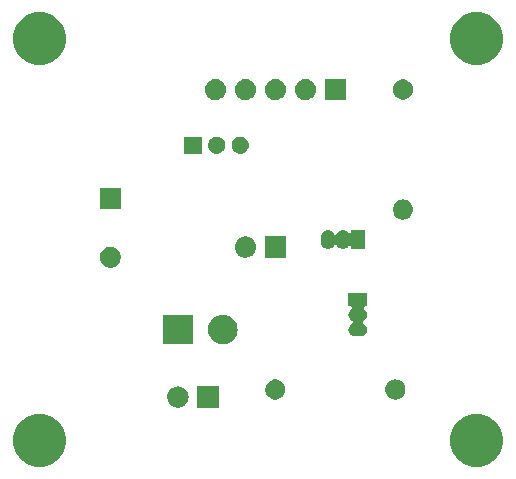
<source format=gbr>
%TF.GenerationSoftware,KiCad,Pcbnew,(5.0.1)-4*%
%TF.CreationDate,2019-03-02T17:13:33-06:00*%
%TF.ProjectId,pcbdesign,70636264657369676E2E6B696361645F,rev?*%
%TF.SameCoordinates,Original*%
%TF.FileFunction,Soldermask,Top*%
%TF.FilePolarity,Negative*%
%FSLAX46Y46*%
G04 Gerber Fmt 4.6, Leading zero omitted, Abs format (unit mm)*
G04 Created by KiCad (PCBNEW (5.0.1)-4) date 2019-03-02 5:13:33 PM*
%MOMM*%
%LPD*%
G01*
G04 APERTURE LIST*
%ADD10C,0.100000*%
G04 APERTURE END LIST*
D10*
G36*
X199308445Y-61766254D02*
X199656593Y-61835504D01*
X200066249Y-62005189D01*
X200434929Y-62251534D01*
X200748466Y-62565071D01*
X200994811Y-62933751D01*
X201164496Y-63343407D01*
X201251000Y-63778296D01*
X201251000Y-64221704D01*
X201164496Y-64656593D01*
X200994811Y-65066249D01*
X200748466Y-65434929D01*
X200434929Y-65748466D01*
X200066249Y-65994811D01*
X199656593Y-66164496D01*
X199308445Y-66233746D01*
X199221706Y-66251000D01*
X198778294Y-66251000D01*
X198691555Y-66233746D01*
X198343407Y-66164496D01*
X197933751Y-65994811D01*
X197565071Y-65748466D01*
X197251534Y-65434929D01*
X197005189Y-65066249D01*
X196835504Y-64656593D01*
X196749000Y-64221704D01*
X196749000Y-63778296D01*
X196835504Y-63343407D01*
X197005189Y-62933751D01*
X197251534Y-62565071D01*
X197565071Y-62251534D01*
X197933751Y-62005189D01*
X198343407Y-61835504D01*
X198691555Y-61766254D01*
X198778294Y-61749000D01*
X199221706Y-61749000D01*
X199308445Y-61766254D01*
X199308445Y-61766254D01*
G37*
G36*
X162308445Y-61766254D02*
X162656593Y-61835504D01*
X163066249Y-62005189D01*
X163434929Y-62251534D01*
X163748466Y-62565071D01*
X163994811Y-62933751D01*
X164164496Y-63343407D01*
X164251000Y-63778296D01*
X164251000Y-64221704D01*
X164164496Y-64656593D01*
X163994811Y-65066249D01*
X163748466Y-65434929D01*
X163434929Y-65748466D01*
X163066249Y-65994811D01*
X162656593Y-66164496D01*
X162308445Y-66233746D01*
X162221706Y-66251000D01*
X161778294Y-66251000D01*
X161691555Y-66233746D01*
X161343407Y-66164496D01*
X160933751Y-65994811D01*
X160565071Y-65748466D01*
X160251534Y-65434929D01*
X160005189Y-65066249D01*
X159835504Y-64656593D01*
X159749000Y-64221704D01*
X159749000Y-63778296D01*
X159835504Y-63343407D01*
X160005189Y-62933751D01*
X160251534Y-62565071D01*
X160565071Y-62251534D01*
X160933751Y-62005189D01*
X161343407Y-61835504D01*
X161691555Y-61766254D01*
X161778294Y-61749000D01*
X162221706Y-61749000D01*
X162308445Y-61766254D01*
X162308445Y-61766254D01*
G37*
G36*
X177161000Y-61226000D02*
X175359000Y-61226000D01*
X175359000Y-59424000D01*
X177161000Y-59424000D01*
X177161000Y-61226000D01*
X177161000Y-61226000D01*
G37*
G36*
X173830442Y-59430518D02*
X173896627Y-59437037D01*
X174009853Y-59471384D01*
X174066467Y-59488557D01*
X174131239Y-59523179D01*
X174222991Y-59572222D01*
X174258729Y-59601552D01*
X174360186Y-59684814D01*
X174433227Y-59773816D01*
X174472778Y-59822009D01*
X174472779Y-59822011D01*
X174556443Y-59978533D01*
X174556443Y-59978534D01*
X174607963Y-60148373D01*
X174625359Y-60325000D01*
X174607963Y-60501627D01*
X174599754Y-60528687D01*
X174556443Y-60671467D01*
X174482348Y-60810087D01*
X174472778Y-60827991D01*
X174443448Y-60863729D01*
X174360186Y-60965186D01*
X174258729Y-61048448D01*
X174222991Y-61077778D01*
X174222989Y-61077779D01*
X174066467Y-61161443D01*
X174009853Y-61178616D01*
X173896627Y-61212963D01*
X173830442Y-61219482D01*
X173764260Y-61226000D01*
X173675740Y-61226000D01*
X173609558Y-61219482D01*
X173543373Y-61212963D01*
X173430147Y-61178616D01*
X173373533Y-61161443D01*
X173217011Y-61077779D01*
X173217009Y-61077778D01*
X173181271Y-61048448D01*
X173079814Y-60965186D01*
X172996552Y-60863729D01*
X172967222Y-60827991D01*
X172957652Y-60810087D01*
X172883557Y-60671467D01*
X172840246Y-60528687D01*
X172832037Y-60501627D01*
X172814641Y-60325000D01*
X172832037Y-60148373D01*
X172883557Y-59978534D01*
X172883557Y-59978533D01*
X172967221Y-59822011D01*
X172967222Y-59822009D01*
X173006773Y-59773816D01*
X173079814Y-59684814D01*
X173181271Y-59601552D01*
X173217009Y-59572222D01*
X173308761Y-59523179D01*
X173373533Y-59488557D01*
X173430147Y-59471384D01*
X173543373Y-59437037D01*
X173609558Y-59430518D01*
X173675740Y-59424000D01*
X173764260Y-59424000D01*
X173830442Y-59430518D01*
X173830442Y-59430518D01*
G37*
G36*
X182223228Y-58871703D02*
X182378100Y-58935853D01*
X182517481Y-59028985D01*
X182636015Y-59147519D01*
X182729147Y-59286900D01*
X182793297Y-59441772D01*
X182826000Y-59606184D01*
X182826000Y-59773816D01*
X182793297Y-59938228D01*
X182729147Y-60093100D01*
X182636015Y-60232481D01*
X182517481Y-60351015D01*
X182378100Y-60444147D01*
X182223228Y-60508297D01*
X182058816Y-60541000D01*
X181891184Y-60541000D01*
X181726772Y-60508297D01*
X181571900Y-60444147D01*
X181432519Y-60351015D01*
X181313985Y-60232481D01*
X181220853Y-60093100D01*
X181156703Y-59938228D01*
X181124000Y-59773816D01*
X181124000Y-59606184D01*
X181156703Y-59441772D01*
X181220853Y-59286900D01*
X181313985Y-59147519D01*
X181432519Y-59028985D01*
X181571900Y-58935853D01*
X181726772Y-58871703D01*
X181891184Y-58839000D01*
X182058816Y-58839000D01*
X182223228Y-58871703D01*
X182223228Y-58871703D01*
G37*
G36*
X192301821Y-58851313D02*
X192301824Y-58851314D01*
X192301825Y-58851314D01*
X192462239Y-58899975D01*
X192462241Y-58899976D01*
X192462244Y-58899977D01*
X192610078Y-58978995D01*
X192739659Y-59085341D01*
X192846005Y-59214922D01*
X192925023Y-59362756D01*
X192925024Y-59362759D01*
X192925025Y-59362761D01*
X192973686Y-59523175D01*
X192973687Y-59523179D01*
X192990117Y-59690000D01*
X192973687Y-59856821D01*
X192973686Y-59856824D01*
X192973686Y-59856825D01*
X192948993Y-59938228D01*
X192925023Y-60017244D01*
X192846005Y-60165078D01*
X192739659Y-60294659D01*
X192610078Y-60401005D01*
X192462244Y-60480023D01*
X192462241Y-60480024D01*
X192462239Y-60480025D01*
X192301825Y-60528686D01*
X192301824Y-60528686D01*
X192301821Y-60528687D01*
X192176804Y-60541000D01*
X192093196Y-60541000D01*
X191968179Y-60528687D01*
X191968176Y-60528686D01*
X191968175Y-60528686D01*
X191807761Y-60480025D01*
X191807759Y-60480024D01*
X191807756Y-60480023D01*
X191659922Y-60401005D01*
X191530341Y-60294659D01*
X191423995Y-60165078D01*
X191344977Y-60017244D01*
X191321008Y-59938228D01*
X191296314Y-59856825D01*
X191296314Y-59856824D01*
X191296313Y-59856821D01*
X191279883Y-59690000D01*
X191296313Y-59523179D01*
X191296314Y-59523175D01*
X191344975Y-59362761D01*
X191344976Y-59362759D01*
X191344977Y-59362756D01*
X191423995Y-59214922D01*
X191530341Y-59085341D01*
X191659922Y-58978995D01*
X191807756Y-58899977D01*
X191807759Y-58899976D01*
X191807761Y-58899975D01*
X191968175Y-58851314D01*
X191968176Y-58851314D01*
X191968179Y-58851313D01*
X192093196Y-58839000D01*
X192176804Y-58839000D01*
X192301821Y-58851313D01*
X192301821Y-58851313D01*
G37*
G36*
X177775239Y-53377101D02*
X178011053Y-53448634D01*
X178228381Y-53564799D01*
X178418871Y-53721129D01*
X178575201Y-53911619D01*
X178691366Y-54128947D01*
X178762899Y-54364761D01*
X178787053Y-54610000D01*
X178762899Y-54855239D01*
X178691366Y-55091053D01*
X178575201Y-55308381D01*
X178418871Y-55498871D01*
X178228381Y-55655201D01*
X178011053Y-55771366D01*
X177775239Y-55842899D01*
X177591457Y-55861000D01*
X177468543Y-55861000D01*
X177284761Y-55842899D01*
X177048947Y-55771366D01*
X176831619Y-55655201D01*
X176641129Y-55498871D01*
X176484799Y-55308381D01*
X176368634Y-55091053D01*
X176297101Y-54855239D01*
X176272947Y-54610000D01*
X176297101Y-54364761D01*
X176368634Y-54128947D01*
X176484799Y-53911619D01*
X176641129Y-53721129D01*
X176831619Y-53564799D01*
X177048947Y-53448634D01*
X177284761Y-53377101D01*
X177468543Y-53359000D01*
X177591457Y-53359000D01*
X177775239Y-53377101D01*
X177775239Y-53377101D01*
G37*
G36*
X174971000Y-55861000D02*
X172469000Y-55861000D01*
X172469000Y-53359000D01*
X174971000Y-53359000D01*
X174971000Y-55861000D01*
X174971000Y-55861000D01*
G37*
G36*
X189761000Y-52646000D02*
X189596664Y-52646000D01*
X189572278Y-52648402D01*
X189548829Y-52655515D01*
X189527218Y-52667066D01*
X189508276Y-52682612D01*
X189492730Y-52701554D01*
X189481179Y-52723165D01*
X189474066Y-52746614D01*
X189471664Y-52771000D01*
X189474066Y-52795386D01*
X189481179Y-52818835D01*
X189492730Y-52840446D01*
X189517365Y-52867626D01*
X189594264Y-52930736D01*
X189666244Y-53018443D01*
X189719729Y-53118508D01*
X189752666Y-53227084D01*
X189763787Y-53340000D01*
X189752666Y-53452916D01*
X189719729Y-53561492D01*
X189719726Y-53561497D01*
X189666244Y-53661557D01*
X189594264Y-53749264D01*
X189506557Y-53821244D01*
X189425143Y-53864760D01*
X189404768Y-53878373D01*
X189387441Y-53895701D01*
X189373827Y-53916075D01*
X189364450Y-53938714D01*
X189359669Y-53962747D01*
X189359669Y-53987252D01*
X189364449Y-54011285D01*
X189373827Y-54033924D01*
X189387440Y-54054299D01*
X189404768Y-54071626D01*
X189425143Y-54085240D01*
X189506557Y-54128756D01*
X189594264Y-54200736D01*
X189666244Y-54288443D01*
X189719729Y-54388508D01*
X189752666Y-54497084D01*
X189763787Y-54610000D01*
X189752666Y-54722916D01*
X189719729Y-54831492D01*
X189666244Y-54931557D01*
X189594264Y-55019264D01*
X189506557Y-55091244D01*
X189406492Y-55144729D01*
X189297916Y-55177666D01*
X189213298Y-55186000D01*
X188706702Y-55186000D01*
X188622084Y-55177666D01*
X188513508Y-55144729D01*
X188413443Y-55091244D01*
X188325736Y-55019264D01*
X188253756Y-54931557D01*
X188200271Y-54831492D01*
X188167334Y-54722916D01*
X188156213Y-54610000D01*
X188167334Y-54497084D01*
X188200271Y-54388508D01*
X188253756Y-54288443D01*
X188325736Y-54200736D01*
X188413443Y-54128756D01*
X188494857Y-54085240D01*
X188515232Y-54071627D01*
X188532559Y-54054299D01*
X188546173Y-54033925D01*
X188555550Y-54011286D01*
X188560331Y-53987253D01*
X188560331Y-53962748D01*
X188555551Y-53938715D01*
X188546173Y-53916076D01*
X188532560Y-53895701D01*
X188515232Y-53878374D01*
X188494857Y-53864760D01*
X188413443Y-53821244D01*
X188325736Y-53749264D01*
X188253756Y-53661557D01*
X188200274Y-53561497D01*
X188200271Y-53561492D01*
X188167334Y-53452916D01*
X188156213Y-53340000D01*
X188167334Y-53227084D01*
X188200271Y-53118508D01*
X188253756Y-53018443D01*
X188325736Y-52930736D01*
X188402635Y-52867626D01*
X188419962Y-52850299D01*
X188433576Y-52829924D01*
X188442954Y-52807285D01*
X188447734Y-52783252D01*
X188447734Y-52758748D01*
X188442953Y-52734714D01*
X188433576Y-52712075D01*
X188419962Y-52691701D01*
X188402635Y-52674374D01*
X188382260Y-52660760D01*
X188359621Y-52651382D01*
X188323336Y-52646000D01*
X188159000Y-52646000D01*
X188159000Y-51494000D01*
X189761000Y-51494000D01*
X189761000Y-52646000D01*
X189761000Y-52646000D01*
G37*
G36*
X168128589Y-47632416D02*
X168255520Y-47657664D01*
X168414942Y-47723699D01*
X168558418Y-47819566D01*
X168680434Y-47941582D01*
X168776301Y-48085058D01*
X168842336Y-48244480D01*
X168876000Y-48413721D01*
X168876000Y-48586279D01*
X168842336Y-48755520D01*
X168776301Y-48914942D01*
X168680434Y-49058418D01*
X168558418Y-49180434D01*
X168414942Y-49276301D01*
X168255520Y-49342336D01*
X168128589Y-49367584D01*
X168086280Y-49376000D01*
X167913720Y-49376000D01*
X167871411Y-49367584D01*
X167744480Y-49342336D01*
X167585058Y-49276301D01*
X167441582Y-49180434D01*
X167319566Y-49058418D01*
X167223699Y-48914942D01*
X167157664Y-48755520D01*
X167124000Y-48586279D01*
X167124000Y-48413721D01*
X167157664Y-48244480D01*
X167223699Y-48085058D01*
X167319566Y-47941582D01*
X167441582Y-47819566D01*
X167585058Y-47723699D01*
X167744480Y-47657664D01*
X167871411Y-47632416D01*
X167913720Y-47624000D01*
X168086280Y-47624000D01*
X168128589Y-47632416D01*
X168128589Y-47632416D01*
G37*
G36*
X182876000Y-48526000D02*
X181074000Y-48526000D01*
X181074000Y-46724000D01*
X182876000Y-46724000D01*
X182876000Y-48526000D01*
X182876000Y-48526000D01*
G37*
G36*
X179545442Y-46730518D02*
X179611627Y-46737037D01*
X179724853Y-46771384D01*
X179781467Y-46788557D01*
X179920087Y-46862652D01*
X179937991Y-46872222D01*
X179973729Y-46901552D01*
X180075186Y-46984814D01*
X180158448Y-47086271D01*
X180187778Y-47122009D01*
X180187779Y-47122011D01*
X180271443Y-47278533D01*
X180271443Y-47278534D01*
X180322963Y-47448373D01*
X180340359Y-47625000D01*
X180322963Y-47801627D01*
X180317521Y-47819566D01*
X180271443Y-47971467D01*
X180210726Y-48085058D01*
X180187778Y-48127991D01*
X180158448Y-48163729D01*
X180075186Y-48265186D01*
X179973729Y-48348448D01*
X179937991Y-48377778D01*
X179937989Y-48377779D01*
X179781467Y-48461443D01*
X179724853Y-48478616D01*
X179611627Y-48512963D01*
X179545442Y-48519482D01*
X179479260Y-48526000D01*
X179390740Y-48526000D01*
X179324557Y-48519481D01*
X179258373Y-48512963D01*
X179145147Y-48478616D01*
X179088533Y-48461443D01*
X178932011Y-48377779D01*
X178932009Y-48377778D01*
X178896271Y-48348448D01*
X178794814Y-48265186D01*
X178711552Y-48163729D01*
X178682222Y-48127991D01*
X178659274Y-48085058D01*
X178598557Y-47971467D01*
X178552479Y-47819566D01*
X178547037Y-47801627D01*
X178529641Y-47625000D01*
X178547037Y-47448373D01*
X178598557Y-47278534D01*
X178598557Y-47278533D01*
X178682221Y-47122011D01*
X178682222Y-47122009D01*
X178711552Y-47086271D01*
X178794814Y-46984814D01*
X178896271Y-46901552D01*
X178932009Y-46872222D01*
X178949913Y-46862652D01*
X179088533Y-46788557D01*
X179145147Y-46771384D01*
X179258373Y-46737037D01*
X179324558Y-46730518D01*
X179390740Y-46724000D01*
X179479260Y-46724000D01*
X179545442Y-46730518D01*
X179545442Y-46730518D01*
G37*
G36*
X187802916Y-46197334D02*
X187911492Y-46230271D01*
X188011557Y-46283756D01*
X188099264Y-46355736D01*
X188162374Y-46432635D01*
X188179701Y-46449962D01*
X188200076Y-46463576D01*
X188222715Y-46472954D01*
X188246748Y-46477734D01*
X188271252Y-46477734D01*
X188295286Y-46472953D01*
X188317925Y-46463576D01*
X188338299Y-46449962D01*
X188355626Y-46432635D01*
X188369240Y-46412260D01*
X188378618Y-46389621D01*
X188384000Y-46353336D01*
X188384000Y-46189000D01*
X189536000Y-46189000D01*
X189536000Y-47791000D01*
X188384000Y-47791000D01*
X188384000Y-47626663D01*
X188381598Y-47602277D01*
X188374485Y-47578828D01*
X188362934Y-47557217D01*
X188347388Y-47538275D01*
X188328446Y-47522729D01*
X188306835Y-47511178D01*
X188283386Y-47504065D01*
X188259000Y-47501663D01*
X188234614Y-47504065D01*
X188211165Y-47511178D01*
X188189554Y-47522729D01*
X188162377Y-47547361D01*
X188099264Y-47624264D01*
X188011556Y-47696244D01*
X187911491Y-47749729D01*
X187802915Y-47782666D01*
X187690000Y-47793787D01*
X187577084Y-47782666D01*
X187468508Y-47749729D01*
X187368443Y-47696244D01*
X187280736Y-47624264D01*
X187208756Y-47536556D01*
X187165240Y-47455142D01*
X187151627Y-47434767D01*
X187134299Y-47417440D01*
X187113925Y-47403826D01*
X187091286Y-47394449D01*
X187067253Y-47389668D01*
X187042748Y-47389668D01*
X187018715Y-47394448D01*
X186996076Y-47403826D01*
X186975701Y-47417439D01*
X186958374Y-47434767D01*
X186944767Y-47455131D01*
X186901244Y-47536557D01*
X186829264Y-47624264D01*
X186741556Y-47696244D01*
X186641491Y-47749729D01*
X186532915Y-47782666D01*
X186420000Y-47793787D01*
X186307084Y-47782666D01*
X186198508Y-47749729D01*
X186098443Y-47696244D01*
X186010736Y-47624264D01*
X185938756Y-47536556D01*
X185885271Y-47436491D01*
X185852334Y-47327915D01*
X185844000Y-47243297D01*
X185844000Y-46736702D01*
X185852334Y-46652084D01*
X185885271Y-46543508D01*
X185922983Y-46472954D01*
X185938755Y-46443446D01*
X185964349Y-46412260D01*
X186010737Y-46355736D01*
X186098444Y-46283756D01*
X186198509Y-46230271D01*
X186307085Y-46197334D01*
X186420000Y-46186213D01*
X186532916Y-46197334D01*
X186641492Y-46230271D01*
X186741557Y-46283756D01*
X186829264Y-46355736D01*
X186901244Y-46443443D01*
X186944760Y-46524857D01*
X186958373Y-46545232D01*
X186975701Y-46562559D01*
X186996075Y-46576173D01*
X187018714Y-46585550D01*
X187042747Y-46590331D01*
X187067252Y-46590331D01*
X187091285Y-46585551D01*
X187113924Y-46576173D01*
X187134299Y-46562560D01*
X187151626Y-46545232D01*
X187165240Y-46524857D01*
X187208755Y-46443446D01*
X187234349Y-46412260D01*
X187280737Y-46355736D01*
X187368444Y-46283756D01*
X187468509Y-46230271D01*
X187577085Y-46197334D01*
X187690000Y-46186213D01*
X187802916Y-46197334D01*
X187802916Y-46197334D01*
G37*
G36*
X192936821Y-43611313D02*
X192936824Y-43611314D01*
X192936825Y-43611314D01*
X193097239Y-43659975D01*
X193097241Y-43659976D01*
X193097244Y-43659977D01*
X193245078Y-43738995D01*
X193374659Y-43845341D01*
X193481005Y-43974922D01*
X193560023Y-44122756D01*
X193608687Y-44283179D01*
X193625117Y-44450000D01*
X193608687Y-44616821D01*
X193560023Y-44777244D01*
X193481005Y-44925078D01*
X193374659Y-45054659D01*
X193245078Y-45161005D01*
X193097244Y-45240023D01*
X193097241Y-45240024D01*
X193097239Y-45240025D01*
X192936825Y-45288686D01*
X192936824Y-45288686D01*
X192936821Y-45288687D01*
X192811804Y-45301000D01*
X192728196Y-45301000D01*
X192603179Y-45288687D01*
X192603176Y-45288686D01*
X192603175Y-45288686D01*
X192442761Y-45240025D01*
X192442759Y-45240024D01*
X192442756Y-45240023D01*
X192294922Y-45161005D01*
X192165341Y-45054659D01*
X192058995Y-44925078D01*
X191979977Y-44777244D01*
X191931313Y-44616821D01*
X191914883Y-44450000D01*
X191931313Y-44283179D01*
X191979977Y-44122756D01*
X192058995Y-43974922D01*
X192165341Y-43845341D01*
X192294922Y-43738995D01*
X192442756Y-43659977D01*
X192442759Y-43659976D01*
X192442761Y-43659975D01*
X192603175Y-43611314D01*
X192603176Y-43611314D01*
X192603179Y-43611313D01*
X192728196Y-43599000D01*
X192811804Y-43599000D01*
X192936821Y-43611313D01*
X192936821Y-43611313D01*
G37*
G36*
X168876000Y-44376000D02*
X167124000Y-44376000D01*
X167124000Y-42624000D01*
X168876000Y-42624000D01*
X168876000Y-44376000D01*
X168876000Y-44376000D01*
G37*
G36*
X179056991Y-38276101D02*
X179142321Y-38284505D01*
X179279172Y-38326019D01*
X179279174Y-38326020D01*
X179279177Y-38326021D01*
X179405296Y-38393432D01*
X179515843Y-38484157D01*
X179606568Y-38594704D01*
X179673979Y-38720823D01*
X179673980Y-38720826D01*
X179673981Y-38720828D01*
X179715495Y-38857679D01*
X179729512Y-39000000D01*
X179715495Y-39142321D01*
X179673981Y-39279172D01*
X179673979Y-39279177D01*
X179606568Y-39405296D01*
X179515843Y-39515843D01*
X179405296Y-39606568D01*
X179279177Y-39673979D01*
X179279174Y-39673980D01*
X179279172Y-39673981D01*
X179142321Y-39715495D01*
X179056991Y-39723899D01*
X179035660Y-39726000D01*
X178964340Y-39726000D01*
X178943009Y-39723899D01*
X178857679Y-39715495D01*
X178720828Y-39673981D01*
X178720826Y-39673980D01*
X178720823Y-39673979D01*
X178594704Y-39606568D01*
X178484157Y-39515843D01*
X178393432Y-39405296D01*
X178326021Y-39279177D01*
X178326019Y-39279172D01*
X178284505Y-39142321D01*
X178270488Y-39000000D01*
X178284505Y-38857679D01*
X178326019Y-38720828D01*
X178326020Y-38720826D01*
X178326021Y-38720823D01*
X178393432Y-38594704D01*
X178484157Y-38484157D01*
X178594704Y-38393432D01*
X178720823Y-38326021D01*
X178720826Y-38326020D01*
X178720828Y-38326019D01*
X178857679Y-38284505D01*
X178943009Y-38276101D01*
X178964340Y-38274000D01*
X179035660Y-38274000D01*
X179056991Y-38276101D01*
X179056991Y-38276101D01*
G37*
G36*
X177056991Y-38276101D02*
X177142321Y-38284505D01*
X177279172Y-38326019D01*
X177279174Y-38326020D01*
X177279177Y-38326021D01*
X177405296Y-38393432D01*
X177515843Y-38484157D01*
X177606568Y-38594704D01*
X177673979Y-38720823D01*
X177673980Y-38720826D01*
X177673981Y-38720828D01*
X177715495Y-38857679D01*
X177729512Y-39000000D01*
X177715495Y-39142321D01*
X177673981Y-39279172D01*
X177673979Y-39279177D01*
X177606568Y-39405296D01*
X177515843Y-39515843D01*
X177405296Y-39606568D01*
X177279177Y-39673979D01*
X177279174Y-39673980D01*
X177279172Y-39673981D01*
X177142321Y-39715495D01*
X177056991Y-39723899D01*
X177035660Y-39726000D01*
X176964340Y-39726000D01*
X176943009Y-39723899D01*
X176857679Y-39715495D01*
X176720828Y-39673981D01*
X176720826Y-39673980D01*
X176720823Y-39673979D01*
X176594704Y-39606568D01*
X176484157Y-39515843D01*
X176393432Y-39405296D01*
X176326021Y-39279177D01*
X176326019Y-39279172D01*
X176284505Y-39142321D01*
X176270488Y-39000000D01*
X176284505Y-38857679D01*
X176326019Y-38720828D01*
X176326020Y-38720826D01*
X176326021Y-38720823D01*
X176393432Y-38594704D01*
X176484157Y-38484157D01*
X176594704Y-38393432D01*
X176720823Y-38326021D01*
X176720826Y-38326020D01*
X176720828Y-38326019D01*
X176857679Y-38284505D01*
X176943009Y-38276101D01*
X176964340Y-38274000D01*
X177035660Y-38274000D01*
X177056991Y-38276101D01*
X177056991Y-38276101D01*
G37*
G36*
X175726000Y-39726000D02*
X174274000Y-39726000D01*
X174274000Y-38274000D01*
X175726000Y-38274000D01*
X175726000Y-39726000D01*
X175726000Y-39726000D01*
G37*
G36*
X187956000Y-35191000D02*
X186154000Y-35191000D01*
X186154000Y-33389000D01*
X187956000Y-33389000D01*
X187956000Y-35191000D01*
X187956000Y-35191000D01*
G37*
G36*
X177005442Y-33395518D02*
X177071627Y-33402037D01*
X177184853Y-33436384D01*
X177241467Y-33453557D01*
X177380087Y-33527652D01*
X177397991Y-33537222D01*
X177433729Y-33566552D01*
X177535186Y-33649814D01*
X177615369Y-33747519D01*
X177647778Y-33787009D01*
X177647779Y-33787011D01*
X177731443Y-33943533D01*
X177731443Y-33943534D01*
X177782963Y-34113373D01*
X177800359Y-34290000D01*
X177782963Y-34466627D01*
X177761243Y-34538228D01*
X177731443Y-34636467D01*
X177657348Y-34775087D01*
X177647778Y-34792991D01*
X177618448Y-34828729D01*
X177535186Y-34930186D01*
X177433729Y-35013448D01*
X177397991Y-35042778D01*
X177397989Y-35042779D01*
X177241467Y-35126443D01*
X177193478Y-35141000D01*
X177071627Y-35177963D01*
X177005442Y-35184482D01*
X176939260Y-35191000D01*
X176850740Y-35191000D01*
X176784558Y-35184482D01*
X176718373Y-35177963D01*
X176596522Y-35141000D01*
X176548533Y-35126443D01*
X176392011Y-35042779D01*
X176392009Y-35042778D01*
X176356271Y-35013448D01*
X176254814Y-34930186D01*
X176171552Y-34828729D01*
X176142222Y-34792991D01*
X176132652Y-34775087D01*
X176058557Y-34636467D01*
X176028757Y-34538228D01*
X176007037Y-34466627D01*
X175989641Y-34290000D01*
X176007037Y-34113373D01*
X176058557Y-33943534D01*
X176058557Y-33943533D01*
X176142221Y-33787011D01*
X176142222Y-33787009D01*
X176174631Y-33747519D01*
X176254814Y-33649814D01*
X176356271Y-33566552D01*
X176392009Y-33537222D01*
X176409913Y-33527652D01*
X176548533Y-33453557D01*
X176605147Y-33436384D01*
X176718373Y-33402037D01*
X176784558Y-33395518D01*
X176850740Y-33389000D01*
X176939260Y-33389000D01*
X177005442Y-33395518D01*
X177005442Y-33395518D01*
G37*
G36*
X179545442Y-33395518D02*
X179611627Y-33402037D01*
X179724853Y-33436384D01*
X179781467Y-33453557D01*
X179920087Y-33527652D01*
X179937991Y-33537222D01*
X179973729Y-33566552D01*
X180075186Y-33649814D01*
X180155369Y-33747519D01*
X180187778Y-33787009D01*
X180187779Y-33787011D01*
X180271443Y-33943533D01*
X180271443Y-33943534D01*
X180322963Y-34113373D01*
X180340359Y-34290000D01*
X180322963Y-34466627D01*
X180301243Y-34538228D01*
X180271443Y-34636467D01*
X180197348Y-34775087D01*
X180187778Y-34792991D01*
X180158448Y-34828729D01*
X180075186Y-34930186D01*
X179973729Y-35013448D01*
X179937991Y-35042778D01*
X179937989Y-35042779D01*
X179781467Y-35126443D01*
X179733478Y-35141000D01*
X179611627Y-35177963D01*
X179545442Y-35184482D01*
X179479260Y-35191000D01*
X179390740Y-35191000D01*
X179324558Y-35184482D01*
X179258373Y-35177963D01*
X179136522Y-35141000D01*
X179088533Y-35126443D01*
X178932011Y-35042779D01*
X178932009Y-35042778D01*
X178896271Y-35013448D01*
X178794814Y-34930186D01*
X178711552Y-34828729D01*
X178682222Y-34792991D01*
X178672652Y-34775087D01*
X178598557Y-34636467D01*
X178568757Y-34538228D01*
X178547037Y-34466627D01*
X178529641Y-34290000D01*
X178547037Y-34113373D01*
X178598557Y-33943534D01*
X178598557Y-33943533D01*
X178682221Y-33787011D01*
X178682222Y-33787009D01*
X178714631Y-33747519D01*
X178794814Y-33649814D01*
X178896271Y-33566552D01*
X178932009Y-33537222D01*
X178949913Y-33527652D01*
X179088533Y-33453557D01*
X179145147Y-33436384D01*
X179258373Y-33402037D01*
X179324558Y-33395518D01*
X179390740Y-33389000D01*
X179479260Y-33389000D01*
X179545442Y-33395518D01*
X179545442Y-33395518D01*
G37*
G36*
X182085442Y-33395518D02*
X182151627Y-33402037D01*
X182264853Y-33436384D01*
X182321467Y-33453557D01*
X182460087Y-33527652D01*
X182477991Y-33537222D01*
X182513729Y-33566552D01*
X182615186Y-33649814D01*
X182695369Y-33747519D01*
X182727778Y-33787009D01*
X182727779Y-33787011D01*
X182811443Y-33943533D01*
X182811443Y-33943534D01*
X182862963Y-34113373D01*
X182880359Y-34290000D01*
X182862963Y-34466627D01*
X182841243Y-34538228D01*
X182811443Y-34636467D01*
X182737348Y-34775087D01*
X182727778Y-34792991D01*
X182698448Y-34828729D01*
X182615186Y-34930186D01*
X182513729Y-35013448D01*
X182477991Y-35042778D01*
X182477989Y-35042779D01*
X182321467Y-35126443D01*
X182273478Y-35141000D01*
X182151627Y-35177963D01*
X182085443Y-35184481D01*
X182019260Y-35191000D01*
X181930740Y-35191000D01*
X181864558Y-35184482D01*
X181798373Y-35177963D01*
X181676522Y-35141000D01*
X181628533Y-35126443D01*
X181472011Y-35042779D01*
X181472009Y-35042778D01*
X181436271Y-35013448D01*
X181334814Y-34930186D01*
X181251552Y-34828729D01*
X181222222Y-34792991D01*
X181212652Y-34775087D01*
X181138557Y-34636467D01*
X181108757Y-34538228D01*
X181087037Y-34466627D01*
X181069641Y-34290000D01*
X181087037Y-34113373D01*
X181138557Y-33943534D01*
X181138557Y-33943533D01*
X181222221Y-33787011D01*
X181222222Y-33787009D01*
X181254631Y-33747519D01*
X181334814Y-33649814D01*
X181436271Y-33566552D01*
X181472009Y-33537222D01*
X181489913Y-33527652D01*
X181628533Y-33453557D01*
X181685147Y-33436384D01*
X181798373Y-33402037D01*
X181864558Y-33395518D01*
X181930740Y-33389000D01*
X182019260Y-33389000D01*
X182085442Y-33395518D01*
X182085442Y-33395518D01*
G37*
G36*
X184625442Y-33395518D02*
X184691627Y-33402037D01*
X184804853Y-33436384D01*
X184861467Y-33453557D01*
X185000087Y-33527652D01*
X185017991Y-33537222D01*
X185053729Y-33566552D01*
X185155186Y-33649814D01*
X185235369Y-33747519D01*
X185267778Y-33787009D01*
X185267779Y-33787011D01*
X185351443Y-33943533D01*
X185351443Y-33943534D01*
X185402963Y-34113373D01*
X185420359Y-34290000D01*
X185402963Y-34466627D01*
X185381243Y-34538228D01*
X185351443Y-34636467D01*
X185277348Y-34775087D01*
X185267778Y-34792991D01*
X185238448Y-34828729D01*
X185155186Y-34930186D01*
X185053729Y-35013448D01*
X185017991Y-35042778D01*
X185017989Y-35042779D01*
X184861467Y-35126443D01*
X184813478Y-35141000D01*
X184691627Y-35177963D01*
X184625443Y-35184481D01*
X184559260Y-35191000D01*
X184470740Y-35191000D01*
X184404558Y-35184482D01*
X184338373Y-35177963D01*
X184216522Y-35141000D01*
X184168533Y-35126443D01*
X184012011Y-35042779D01*
X184012009Y-35042778D01*
X183976271Y-35013448D01*
X183874814Y-34930186D01*
X183791552Y-34828729D01*
X183762222Y-34792991D01*
X183752652Y-34775087D01*
X183678557Y-34636467D01*
X183648757Y-34538228D01*
X183627037Y-34466627D01*
X183609641Y-34290000D01*
X183627037Y-34113373D01*
X183678557Y-33943534D01*
X183678557Y-33943533D01*
X183762221Y-33787011D01*
X183762222Y-33787009D01*
X183794631Y-33747519D01*
X183874814Y-33649814D01*
X183976271Y-33566552D01*
X184012009Y-33537222D01*
X184029913Y-33527652D01*
X184168533Y-33453557D01*
X184225147Y-33436384D01*
X184338373Y-33402037D01*
X184404558Y-33395518D01*
X184470740Y-33389000D01*
X184559260Y-33389000D01*
X184625442Y-33395518D01*
X184625442Y-33395518D01*
G37*
G36*
X193018228Y-33471703D02*
X193173100Y-33535853D01*
X193312481Y-33628985D01*
X193431015Y-33747519D01*
X193524147Y-33886900D01*
X193588297Y-34041772D01*
X193621000Y-34206184D01*
X193621000Y-34373816D01*
X193588297Y-34538228D01*
X193524147Y-34693100D01*
X193431015Y-34832481D01*
X193312481Y-34951015D01*
X193173100Y-35044147D01*
X193018228Y-35108297D01*
X192853816Y-35141000D01*
X192686184Y-35141000D01*
X192521772Y-35108297D01*
X192366900Y-35044147D01*
X192227519Y-34951015D01*
X192108985Y-34832481D01*
X192015853Y-34693100D01*
X191951703Y-34538228D01*
X191919000Y-34373816D01*
X191919000Y-34206184D01*
X191951703Y-34041772D01*
X192015853Y-33886900D01*
X192108985Y-33747519D01*
X192227519Y-33628985D01*
X192366900Y-33535853D01*
X192521772Y-33471703D01*
X192686184Y-33439000D01*
X192853816Y-33439000D01*
X193018228Y-33471703D01*
X193018228Y-33471703D01*
G37*
G36*
X162308445Y-27766254D02*
X162656593Y-27835504D01*
X163066249Y-28005189D01*
X163434929Y-28251534D01*
X163748466Y-28565071D01*
X163994811Y-28933751D01*
X164164496Y-29343407D01*
X164251000Y-29778296D01*
X164251000Y-30221704D01*
X164164496Y-30656593D01*
X163994811Y-31066249D01*
X163748466Y-31434929D01*
X163434929Y-31748466D01*
X163066249Y-31994811D01*
X162656593Y-32164496D01*
X162308445Y-32233746D01*
X162221706Y-32251000D01*
X161778294Y-32251000D01*
X161691555Y-32233746D01*
X161343407Y-32164496D01*
X160933751Y-31994811D01*
X160565071Y-31748466D01*
X160251534Y-31434929D01*
X160005189Y-31066249D01*
X159835504Y-30656593D01*
X159749000Y-30221704D01*
X159749000Y-29778296D01*
X159835504Y-29343407D01*
X160005189Y-28933751D01*
X160251534Y-28565071D01*
X160565071Y-28251534D01*
X160933751Y-28005189D01*
X161343407Y-27835504D01*
X161691555Y-27766254D01*
X161778294Y-27749000D01*
X162221706Y-27749000D01*
X162308445Y-27766254D01*
X162308445Y-27766254D01*
G37*
G36*
X199308445Y-27766254D02*
X199656593Y-27835504D01*
X200066249Y-28005189D01*
X200434929Y-28251534D01*
X200748466Y-28565071D01*
X200994811Y-28933751D01*
X201164496Y-29343407D01*
X201251000Y-29778296D01*
X201251000Y-30221704D01*
X201164496Y-30656593D01*
X200994811Y-31066249D01*
X200748466Y-31434929D01*
X200434929Y-31748466D01*
X200066249Y-31994811D01*
X199656593Y-32164496D01*
X199308445Y-32233746D01*
X199221706Y-32251000D01*
X198778294Y-32251000D01*
X198691555Y-32233746D01*
X198343407Y-32164496D01*
X197933751Y-31994811D01*
X197565071Y-31748466D01*
X197251534Y-31434929D01*
X197005189Y-31066249D01*
X196835504Y-30656593D01*
X196749000Y-30221704D01*
X196749000Y-29778296D01*
X196835504Y-29343407D01*
X197005189Y-28933751D01*
X197251534Y-28565071D01*
X197565071Y-28251534D01*
X197933751Y-28005189D01*
X198343407Y-27835504D01*
X198691555Y-27766254D01*
X198778294Y-27749000D01*
X199221706Y-27749000D01*
X199308445Y-27766254D01*
X199308445Y-27766254D01*
G37*
M02*

</source>
